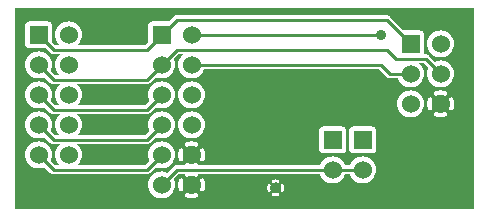
<source format=gbr>
G04 start of page 3 for group 1 idx 1 *
G04 Title: (unknown), solder *
G04 Creator: pcb 20091103 *
G04 CreationDate: Mon 11 Apr 2011 12:44:06 AM GMT UTC *
G04 For: gjhurlbu *
G04 Format: Gerber/RS-274X *
G04 PCB-Dimensions: 600000 500000 *
G04 PCB-Coordinate-Origin: lower left *
%MOIN*%
%FSLAX25Y25*%
%LNBACK*%
%ADD11C,0.0100*%
%ADD12C,0.0200*%
%ADD13C,0.0600*%
%ADD14C,0.0360*%
%ADD18C,0.0380*%
G54D12*G36*
X67387Y473500D02*X68183D01*
X68107Y473447D01*
X67553Y472893D01*
X67387Y472656D01*
Y473500D01*
G37*
G36*
X157613Y489000D02*X165000D01*
Y422000D01*
X157613D01*
Y454860D01*
X157708Y454882D01*
X157829Y454933D01*
X157938Y455005D01*
X158034Y455094D01*
X158113Y455198D01*
X158172Y455315D01*
X158314Y455722D01*
X158417Y456142D01*
X158479Y456569D01*
X158500Y457000D01*
X158479Y457432D01*
X158417Y457859D01*
X158314Y458279D01*
X158172Y458686D01*
X158171D01*
X158112Y458802D01*
X158033Y458907D01*
X157937Y458996D01*
X157828Y459067D01*
X157707Y459118D01*
X157613Y459139D01*
Y464344D01*
X157897Y464750D01*
X158229Y465461D01*
X158432Y466219D01*
X158500Y467000D01*
X158432Y467781D01*
X158229Y468539D01*
X157897Y469250D01*
X157613Y469656D01*
Y474344D01*
X157897Y474750D01*
X158229Y475461D01*
X158432Y476219D01*
X158500Y477000D01*
X158432Y477781D01*
X158229Y478539D01*
X157897Y479250D01*
X157613Y479656D01*
Y489000D01*
G37*
G36*
Y469656D02*X157447Y469893D01*
X156893Y470447D01*
X156250Y470897D01*
X155539Y471229D01*
X154781Y471432D01*
X154000Y471500D01*
Y472500D01*
X154781Y472568D01*
X155539Y472771D01*
X156250Y473103D01*
X156893Y473553D01*
X157447Y474107D01*
X157613Y474344D01*
Y469656D01*
G37*
G36*
Y422000D02*X154000D01*
Y452500D01*
X154431Y452521D01*
X154858Y452583D01*
X155278Y452686D01*
X155685Y452828D01*
Y452829D01*
X155801Y452888D01*
X155906Y452967D01*
X155995Y453063D01*
X156066Y453172D01*
X156117Y453293D01*
X156146Y453420D01*
X156153Y453550D01*
X156137Y453680D01*
X156099Y453805D01*
X156040Y453921D01*
X155961Y454026D01*
X155865Y454115D01*
X155756Y454186D01*
X155635Y454237D01*
X155508Y454266D01*
X155378Y454273D01*
X155248Y454257D01*
X155123Y454219D01*
X154852Y454124D01*
X154572Y454056D01*
X154287Y454014D01*
X154000Y454000D01*
Y460000D01*
X154287Y459987D01*
X154572Y459945D01*
X154852Y459877D01*
X155123Y459782D01*
Y459781D01*
X155248Y459743D01*
X155378Y459727D01*
X155509Y459734D01*
X155636Y459763D01*
X155757Y459814D01*
X155866Y459886D01*
X155962Y459975D01*
X156041Y460079D01*
X156100Y460196D01*
X156138Y460321D01*
X156154Y460451D01*
X156147Y460582D01*
X156118Y460709D01*
X156067Y460830D01*
X155995Y460939D01*
X155906Y461035D01*
X155802Y461114D01*
X155685Y461173D01*
X155278Y461315D01*
X154858Y461418D01*
X154431Y461480D01*
X154000Y461500D01*
Y462500D01*
X154781Y462568D01*
X155539Y462771D01*
X156250Y463103D01*
X156893Y463553D01*
X157447Y464107D01*
X157613Y464344D01*
Y459139D01*
X157580Y459147D01*
X157450Y459154D01*
X157320Y459138D01*
X157195Y459100D01*
X157079Y459041D01*
X156974Y458962D01*
X156885Y458866D01*
X156814Y458757D01*
X156763Y458636D01*
X156734Y458509D01*
X156727Y458379D01*
X156743Y458249D01*
X156781Y458124D01*
X156876Y457853D01*
X156944Y457573D01*
X156986Y457288D01*
X157000Y457000D01*
X156986Y456713D01*
X156944Y456428D01*
X156876Y456148D01*
X156781Y455877D01*
X156780D01*
X156742Y455752D01*
X156726Y455622D01*
X156733Y455491D01*
X156762Y455364D01*
X156813Y455243D01*
X156885Y455134D01*
X156974Y455038D01*
X157078Y454959D01*
X157195Y454900D01*
X157320Y454862D01*
X157450Y454846D01*
X157581Y454853D01*
X157613Y454860D01*
Y422000D01*
G37*
G36*
X154000Y489000D02*X157613D01*
Y479656D01*
X157447Y479893D01*
X156893Y480447D01*
X156250Y480897D01*
X155539Y481229D01*
X154781Y481432D01*
X154000Y481500D01*
Y489000D01*
G37*
G36*
Y422000D02*X150387D01*
Y454861D01*
X150419Y454854D01*
X150549Y454847D01*
X150679Y454863D01*
X150804Y454901D01*
X150920Y454960D01*
X151025Y455039D01*
X151114Y455135D01*
X151185Y455244D01*
X151236Y455365D01*
X151265Y455492D01*
X151272Y455622D01*
X151256Y455752D01*
X151218Y455877D01*
X151123Y456148D01*
X151055Y456428D01*
X151013Y456713D01*
X151000Y457001D01*
X151013Y457288D01*
X151055Y457573D01*
X151123Y457853D01*
X151218Y458124D01*
X151219D01*
X151257Y458249D01*
X151273Y458379D01*
X151266Y458510D01*
X151237Y458637D01*
X151186Y458758D01*
X151114Y458867D01*
X151025Y458963D01*
X150921Y459042D01*
X150804Y459101D01*
X150679Y459139D01*
X150549Y459155D01*
X150418Y459148D01*
X150387Y459141D01*
Y464344D01*
X150553Y464107D01*
X151107Y463553D01*
X151750Y463103D01*
X152461Y462771D01*
X153219Y462568D01*
X154000Y462500D01*
Y461500D01*
X153568Y461480D01*
X153141Y461418D01*
X152721Y461315D01*
X152314Y461173D01*
Y461172D01*
X152198Y461113D01*
X152093Y461034D01*
X152004Y460938D01*
X151933Y460829D01*
X151882Y460708D01*
X151853Y460581D01*
X151846Y460451D01*
X151862Y460321D01*
X151900Y460196D01*
X151959Y460080D01*
X152038Y459975D01*
X152134Y459886D01*
X152243Y459815D01*
X152364Y459764D01*
X152491Y459735D01*
X152621Y459728D01*
X152751Y459744D01*
X152876Y459782D01*
X153147Y459877D01*
X153427Y459945D01*
X153712Y459987D01*
X154000Y460000D01*
Y454000D01*
X153999D01*
X153712Y454014D01*
X153427Y454056D01*
X153147Y454124D01*
X152876Y454219D01*
Y454220D01*
X152751Y454258D01*
X152621Y454274D01*
X152490Y454267D01*
X152363Y454238D01*
X152242Y454187D01*
X152133Y454115D01*
X152037Y454026D01*
X151958Y453922D01*
X151899Y453805D01*
X151861Y453680D01*
X151845Y453550D01*
X151852Y453419D01*
X151881Y453292D01*
X151932Y453171D01*
X152004Y453062D01*
X152093Y452966D01*
X152197Y452887D01*
X152314Y452828D01*
X152721Y452686D01*
X153141Y452583D01*
X153568Y452521D01*
X153999Y452500D01*
X154000D01*
Y422000D01*
G37*
G36*
X150387D02*X144000D01*
Y452500D01*
X144781Y452568D01*
X145539Y452771D01*
X146250Y453103D01*
X146893Y453553D01*
X147447Y454107D01*
X147897Y454750D01*
X148229Y455461D01*
X148432Y456219D01*
X148500Y457000D01*
X148432Y457781D01*
X148229Y458539D01*
X147897Y459250D01*
X147447Y459893D01*
X146893Y460447D01*
X146250Y460897D01*
X145539Y461229D01*
X144781Y461432D01*
X144000Y461500D01*
Y462500D01*
X144781Y462568D01*
X145539Y462771D01*
X146250Y463103D01*
X146893Y463553D01*
X147447Y464107D01*
X147897Y464750D01*
X148229Y465461D01*
X148432Y466219D01*
X148500Y467000D01*
X148432Y467781D01*
X148229Y468539D01*
X147897Y469250D01*
X147447Y469893D01*
X146893Y470447D01*
X146817Y470500D01*
X148379D01*
X149952Y468927D01*
X149771Y468539D01*
X149568Y467781D01*
X149500Y467000D01*
X149568Y466219D01*
X149771Y465461D01*
X150103Y464750D01*
X150387Y464344D01*
Y459141D01*
X150291Y459119D01*
X150170Y459068D01*
X150061Y458996D01*
X149965Y458907D01*
X149886Y458803D01*
X149827Y458686D01*
X149685Y458279D01*
X149582Y457859D01*
X149520Y457432D01*
X149500Y457001D01*
X149520Y456569D01*
X149582Y456142D01*
X149685Y455722D01*
X149827Y455315D01*
X149828D01*
X149887Y455199D01*
X149966Y455094D01*
X150062Y455005D01*
X150171Y454934D01*
X150292Y454883D01*
X150387Y454861D01*
Y422000D01*
G37*
G36*
X144000Y489000D02*X154000D01*
Y481500D01*
X153219Y481432D01*
X152461Y481229D01*
X151750Y480897D01*
X151107Y480447D01*
X150553Y479893D01*
X150103Y479250D01*
X149771Y478539D01*
X149568Y477781D01*
X149500Y477000D01*
X149568Y476219D01*
X149771Y475461D01*
X150103Y474750D01*
X150553Y474107D01*
X151107Y473553D01*
X151750Y473103D01*
X152461Y472771D01*
X153219Y472568D01*
X154000Y472500D01*
Y471500D01*
X153219Y471432D01*
X152461Y471229D01*
X152073Y471048D01*
X150061Y473060D01*
X150011Y473102D01*
X149964Y473149D01*
X149909Y473187D01*
X149861Y473228D01*
X149806Y473260D01*
X149750Y473299D01*
X149686Y473329D01*
X149634Y473359D01*
X149580Y473379D01*
X149513Y473410D01*
X149441Y473429D01*
X149389Y473448D01*
X149329Y473459D01*
X149260Y473477D01*
X149194Y473483D01*
X149131Y473494D01*
X149068D01*
X149000Y473500D01*
X148413D01*
X148477Y473740D01*
X148500Y474000D01*
Y480000D01*
X148477Y480260D01*
X148410Y480513D01*
X148299Y480750D01*
X148149Y480964D01*
X147964Y481149D01*
X147750Y481299D01*
X147513Y481410D01*
X147260Y481477D01*
X147000Y481500D01*
X144000D01*
Y489000D01*
G37*
G36*
Y422000D02*X128000D01*
Y430500D01*
X128781Y430568D01*
X129539Y430771D01*
X130250Y431103D01*
X130893Y431553D01*
X131447Y432107D01*
X131897Y432750D01*
X132229Y433461D01*
X132432Y434219D01*
X132500Y435000D01*
X132432Y435781D01*
X132229Y436539D01*
X131897Y437250D01*
X131447Y437893D01*
X130893Y438447D01*
X130250Y438897D01*
X129539Y439229D01*
X128781Y439432D01*
X128000Y439500D01*
Y440500D01*
X131000D01*
X131260Y440523D01*
X131513Y440590D01*
X131750Y440701D01*
X131964Y440851D01*
X132149Y441036D01*
X132299Y441250D01*
X132410Y441487D01*
X132477Y441740D01*
X132500Y442000D01*
Y448000D01*
X132477Y448260D01*
X132410Y448513D01*
X132299Y448750D01*
X132149Y448964D01*
X131964Y449149D01*
X131750Y449299D01*
X131513Y449410D01*
X131260Y449477D01*
X131000Y449500D01*
X128000D01*
Y468500D01*
X133379D01*
X135940Y465939D01*
X135990Y465897D01*
X136036Y465851D01*
X136089Y465814D01*
X136140Y465771D01*
X136197Y465738D01*
X136250Y465701D01*
X136310Y465673D01*
X136367Y465640D01*
X136425Y465619D01*
X136487Y465590D01*
X136555Y465572D01*
X136613Y465551D01*
X136676Y465540D01*
X136740Y465523D01*
X136807Y465517D01*
X136870Y465506D01*
X136932D01*
X137000Y465500D01*
X139761D01*
X139771Y465461D01*
X140103Y464750D01*
X140553Y464107D01*
X141107Y463553D01*
X141750Y463103D01*
X142461Y462771D01*
X143219Y462568D01*
X144000Y462500D01*
Y461500D01*
X143219Y461432D01*
X142461Y461229D01*
X141750Y460897D01*
X141107Y460447D01*
X140553Y459893D01*
X140103Y459250D01*
X139771Y458539D01*
X139568Y457781D01*
X139500Y457000D01*
X139568Y456219D01*
X139771Y455461D01*
X140103Y454750D01*
X140553Y454107D01*
X141107Y453553D01*
X141750Y453103D01*
X142461Y452771D01*
X143219Y452568D01*
X144000Y452500D01*
Y422000D01*
G37*
G36*
X128000Y439500D02*X127219Y439432D01*
X126461Y439229D01*
X125750Y438897D01*
X125107Y438447D01*
X124553Y437893D01*
X124103Y437250D01*
X123771Y436539D01*
X123761Y436500D01*
X122239D01*
X122229Y436539D01*
X121897Y437250D01*
X121447Y437893D01*
X120893Y438447D01*
X120250Y438897D01*
X119539Y439229D01*
X118781Y439432D01*
X118000Y439500D01*
Y440500D01*
X121000D01*
X121260Y440523D01*
X121513Y440590D01*
X121750Y440701D01*
X121964Y440851D01*
X122149Y441036D01*
X122299Y441250D01*
X122410Y441487D01*
X122477Y441740D01*
X122500Y442000D01*
Y448000D01*
X122477Y448260D01*
X122410Y448513D01*
X122299Y448750D01*
X122149Y448964D01*
X121964Y449149D01*
X121750Y449299D01*
X121513Y449410D01*
X121260Y449477D01*
X121000Y449500D01*
X118000D01*
Y468500D01*
X128000D01*
Y449500D01*
X125000D01*
X124740Y449477D01*
X124487Y449410D01*
X124250Y449299D01*
X124036Y449149D01*
X123851Y448964D01*
X123701Y448750D01*
X123590Y448513D01*
X123523Y448260D01*
X123500Y448000D01*
Y442000D01*
X123523Y441740D01*
X123590Y441487D01*
X123701Y441250D01*
X123851Y441036D01*
X124036Y440851D01*
X124250Y440701D01*
X124487Y440590D01*
X124740Y440523D01*
X125000Y440500D01*
X128000D01*
Y439500D01*
G37*
G36*
X118000D02*X117219Y439432D01*
X116461Y439229D01*
X115750Y438897D01*
X115107Y438447D01*
X114553Y437893D01*
X114103Y437250D01*
X113771Y436539D01*
X113761Y436500D01*
X74613D01*
Y437860D01*
X74708Y437882D01*
X74829Y437933D01*
X74938Y438005D01*
X75034Y438094D01*
X75113Y438198D01*
X75172Y438315D01*
X75314Y438722D01*
X75417Y439142D01*
X75479Y439569D01*
X75500Y440000D01*
X75479Y440432D01*
X75417Y440859D01*
X75314Y441279D01*
X75172Y441686D01*
X75171D01*
X75112Y441802D01*
X75033Y441907D01*
X74937Y441996D01*
X74828Y442067D01*
X74707Y442118D01*
X74613Y442139D01*
Y447344D01*
X74897Y447750D01*
X75229Y448461D01*
X75432Y449219D01*
X75500Y450000D01*
X75432Y450781D01*
X75229Y451539D01*
X74897Y452250D01*
X74613Y452656D01*
Y457344D01*
X74897Y457750D01*
X75229Y458461D01*
X75432Y459219D01*
X75500Y460000D01*
X75432Y460781D01*
X75229Y461539D01*
X74897Y462250D01*
X74613Y462656D01*
Y467344D01*
X74897Y467750D01*
X75229Y468461D01*
X75239Y468500D01*
X118000D01*
Y449500D01*
X115000D01*
X114740Y449477D01*
X114487Y449410D01*
X114250Y449299D01*
X114036Y449149D01*
X113851Y448964D01*
X113701Y448750D01*
X113590Y448513D01*
X113523Y448260D01*
X113500Y448000D01*
Y442000D01*
X113523Y441740D01*
X113590Y441487D01*
X113701Y441250D01*
X113851Y441036D01*
X114036Y440851D01*
X114250Y440701D01*
X114487Y440590D01*
X114740Y440523D01*
X115000Y440500D01*
X118000D01*
Y439500D01*
G37*
G36*
X128000Y422000D02*X101231D01*
Y427720D01*
X101248Y427721D01*
X101332Y427744D01*
X101411Y427781D01*
X101483Y427831D01*
X101544Y427893D01*
X101594Y427964D01*
X101631Y428043D01*
X101704Y428276D01*
X101757Y428514D01*
X101789Y428756D01*
X101800Y429000D01*
X101789Y429245D01*
X101757Y429487D01*
X101704Y429725D01*
X101631Y429958D01*
X101594Y430037D01*
X101544Y430108D01*
X101483Y430170D01*
X101411Y430220D01*
X101332Y430257D01*
X101248Y430280D01*
X101231Y430281D01*
Y433500D01*
X113761D01*
X113771Y433461D01*
X114103Y432750D01*
X114553Y432107D01*
X115107Y431553D01*
X115750Y431103D01*
X116461Y430771D01*
X117219Y430568D01*
X118000Y430500D01*
X118781Y430568D01*
X119539Y430771D01*
X120250Y431103D01*
X120893Y431553D01*
X121447Y432107D01*
X121897Y432750D01*
X122229Y433461D01*
X122239Y433500D01*
X123761D01*
X123771Y433461D01*
X124103Y432750D01*
X124553Y432107D01*
X125107Y431553D01*
X125750Y431103D01*
X126461Y430771D01*
X127219Y430568D01*
X128000Y430500D01*
Y422000D01*
G37*
G36*
X101231D02*X99000D01*
Y426200D01*
X99244Y426211D01*
X99486Y426243D01*
X99724Y426296D01*
X99957Y426369D01*
X100036Y426406D01*
X100107Y426456D01*
X100169Y426517D01*
X100219Y426589D01*
X100256Y426668D01*
X100279Y426752D01*
X100286Y426839D01*
X100279Y426926D01*
X100256Y427010D01*
X100219Y427089D01*
X100169Y427160D01*
X100108Y427222D01*
X100036Y427272D01*
X99957Y427309D01*
X99873Y427332D01*
X99786Y427339D01*
X99699Y427332D01*
X99615Y427309D01*
X99465Y427262D01*
X99312Y427228D01*
X99156Y427207D01*
X99000Y427200D01*
Y430800D01*
X99156Y430794D01*
X99312Y430773D01*
X99465Y430739D01*
X99615Y430692D01*
X99699Y430669D01*
X99786Y430662D01*
X99873Y430669D01*
X99957Y430692D01*
X100036Y430729D01*
X100108Y430779D01*
X100169Y430841D01*
X100219Y430912D01*
X100256Y430991D01*
X100279Y431075D01*
X100286Y431162D01*
X100279Y431249D01*
X100256Y431333D01*
X100219Y431412D01*
X100169Y431484D01*
X100107Y431545D01*
X100036Y431595D01*
X99957Y431632D01*
X99724Y431705D01*
X99486Y431758D01*
X99244Y431790D01*
X99000Y431800D01*
Y433500D01*
X101231D01*
Y430281D01*
X101161Y430287D01*
X101074Y430280D01*
X100990Y430257D01*
X100911Y430220D01*
X100840Y430170D01*
X100778Y430109D01*
X100728Y430037D01*
X100691Y429958D01*
X100668Y429874D01*
X100661Y429787D01*
X100668Y429700D01*
X100691Y429616D01*
X100738Y429466D01*
X100772Y429313D01*
X100793Y429157D01*
X100800Y429000D01*
X100793Y428844D01*
X100772Y428688D01*
X100738Y428535D01*
X100691Y428385D01*
X100668Y428301D01*
X100661Y428214D01*
X100668Y428127D01*
X100691Y428043D01*
X100728Y427964D01*
X100778Y427892D01*
X100840Y427831D01*
X100911Y427781D01*
X100990Y427744D01*
X101074Y427721D01*
X101161Y427714D01*
X101231Y427720D01*
Y422000D01*
G37*
G36*
X99000D02*X96769D01*
Y427720D01*
X96838Y427714D01*
X96925Y427721D01*
X97009Y427744D01*
X97088Y427781D01*
X97159Y427831D01*
X97221Y427892D01*
X97271Y427964D01*
X97308Y428043D01*
X97331Y428127D01*
X97338Y428214D01*
X97331Y428301D01*
X97308Y428385D01*
X97261Y428535D01*
X97227Y428688D01*
X97206Y428844D01*
X97200Y429001D01*
X97206Y429157D01*
X97227Y429313D01*
X97261Y429466D01*
X97308Y429616D01*
X97331Y429700D01*
X97338Y429787D01*
X97331Y429874D01*
X97308Y429958D01*
X97271Y430037D01*
X97221Y430109D01*
X97159Y430170D01*
X97088Y430220D01*
X97009Y430257D01*
X96925Y430280D01*
X96838Y430287D01*
X96769Y430281D01*
Y433500D01*
X99000D01*
Y431800D01*
X98755Y431790D01*
X98513Y431758D01*
X98275Y431705D01*
X98042Y431632D01*
X97963Y431595D01*
X97892Y431545D01*
X97830Y431484D01*
X97780Y431412D01*
X97743Y431333D01*
X97720Y431249D01*
X97713Y431162D01*
X97720Y431075D01*
X97743Y430991D01*
X97780Y430912D01*
X97830Y430841D01*
X97891Y430779D01*
X97963Y430729D01*
X98042Y430692D01*
X98126Y430669D01*
X98213Y430662D01*
X98300Y430669D01*
X98384Y430692D01*
X98534Y430739D01*
X98687Y430773D01*
X98843Y430794D01*
X99000Y430800D01*
Y427200D01*
X98999D01*
X98843Y427207D01*
X98687Y427228D01*
X98534Y427262D01*
X98384Y427309D01*
X98300Y427332D01*
X98213Y427339D01*
X98126Y427332D01*
X98042Y427309D01*
X97963Y427272D01*
X97891Y427222D01*
X97830Y427160D01*
X97780Y427089D01*
X97743Y427010D01*
X97720Y426926D01*
X97713Y426839D01*
X97720Y426752D01*
X97743Y426668D01*
X97780Y426589D01*
X97830Y426517D01*
X97892Y426456D01*
X97963Y426406D01*
X98042Y426369D01*
X98275Y426296D01*
X98513Y426243D01*
X98755Y426211D01*
X98999Y426200D01*
X99000D01*
Y422000D01*
G37*
G36*
X96769D02*X74613D01*
Y427860D01*
X74708Y427882D01*
X74829Y427933D01*
X74938Y428005D01*
X75034Y428094D01*
X75113Y428198D01*
X75172Y428315D01*
X75314Y428722D01*
X75417Y429142D01*
X75479Y429569D01*
X75500Y430000D01*
X75479Y430432D01*
X75417Y430859D01*
X75314Y431279D01*
X75172Y431686D01*
X75171D01*
X75112Y431802D01*
X75033Y431907D01*
X74937Y431996D01*
X74828Y432067D01*
X74707Y432118D01*
X74613Y432139D01*
Y433500D01*
X96769D01*
Y430281D01*
X96751Y430280D01*
X96667Y430257D01*
X96588Y430220D01*
X96516Y430170D01*
X96455Y430108D01*
X96405Y430037D01*
X96368Y429958D01*
X96295Y429725D01*
X96242Y429487D01*
X96210Y429245D01*
X96200Y429001D01*
X96210Y428756D01*
X96242Y428514D01*
X96295Y428276D01*
X96368Y428043D01*
X96405Y427964D01*
X96455Y427893D01*
X96516Y427831D01*
X96588Y427781D01*
X96667Y427744D01*
X96751Y427721D01*
X96769Y427720D01*
Y422000D01*
G37*
G36*
X74613Y489000D02*X144000D01*
Y481500D01*
X141621D01*
X137061Y486060D01*
X137011Y486102D01*
X136964Y486149D01*
X136909Y486187D01*
X136861Y486228D01*
X136806Y486260D01*
X136750Y486299D01*
X136686Y486329D01*
X136634Y486359D01*
X136580Y486379D01*
X136513Y486410D01*
X136441Y486429D01*
X136389Y486448D01*
X136329Y486459D01*
X136260Y486477D01*
X136194Y486483D01*
X136131Y486494D01*
X136068D01*
X136000Y486500D01*
X74613D01*
Y489000D01*
G37*
G36*
Y462656D02*X74447Y462893D01*
X73893Y463447D01*
X73250Y463897D01*
X72539Y464229D01*
X71781Y464432D01*
X71000Y464500D01*
X70219Y464432D01*
X69461Y464229D01*
X68750Y463897D01*
X68107Y463447D01*
X67553Y462893D01*
X67387Y462656D01*
Y467344D01*
X67553Y467107D01*
X68107Y466553D01*
X68750Y466103D01*
X69461Y465771D01*
X70219Y465568D01*
X71000Y465500D01*
X71781Y465568D01*
X72539Y465771D01*
X73250Y466103D01*
X73893Y466553D01*
X74447Y467107D01*
X74613Y467344D01*
Y462656D01*
G37*
G36*
Y452656D02*X74447Y452893D01*
X73893Y453447D01*
X73250Y453897D01*
X72539Y454229D01*
X71781Y454432D01*
X71000Y454500D01*
X70219Y454432D01*
X69461Y454229D01*
X68750Y453897D01*
X68107Y453447D01*
X67553Y452893D01*
X67387Y452656D01*
Y457344D01*
X67553Y457107D01*
X68107Y456553D01*
X68750Y456103D01*
X69461Y455771D01*
X70219Y455568D01*
X71000Y455500D01*
X71781Y455568D01*
X72539Y455771D01*
X73250Y456103D01*
X73893Y456553D01*
X74447Y457107D01*
X74613Y457344D01*
Y452656D01*
G37*
G36*
Y436500D02*X73150D01*
X73153Y436550D01*
X73137Y436680D01*
X73099Y436805D01*
X73040Y436921D01*
X72961Y437026D01*
X72865Y437115D01*
X72756Y437186D01*
X72635Y437237D01*
X72508Y437266D01*
X72378Y437273D01*
X72248Y437257D01*
X72123Y437219D01*
X71852Y437124D01*
X71572Y437056D01*
X71287Y437014D01*
X71000Y437000D01*
Y443000D01*
X71287Y442987D01*
X71572Y442945D01*
X71852Y442877D01*
X72123Y442782D01*
Y442781D01*
X72248Y442743D01*
X72378Y442727D01*
X72509Y442734D01*
X72636Y442763D01*
X72757Y442814D01*
X72866Y442886D01*
X72962Y442975D01*
X73041Y443079D01*
X73100Y443196D01*
X73138Y443321D01*
X73154Y443451D01*
X73147Y443582D01*
X73118Y443709D01*
X73067Y443830D01*
X72995Y443939D01*
X72906Y444035D01*
X72802Y444114D01*
X72685Y444173D01*
X72278Y444315D01*
X71858Y444418D01*
X71431Y444480D01*
X71000Y444500D01*
Y445500D01*
X71781Y445568D01*
X72539Y445771D01*
X73250Y446103D01*
X73893Y446553D01*
X74447Y447107D01*
X74613Y447344D01*
Y442139D01*
X74580Y442147D01*
X74450Y442154D01*
X74320Y442138D01*
X74195Y442100D01*
X74079Y442041D01*
X73974Y441962D01*
X73885Y441866D01*
X73814Y441757D01*
X73763Y441636D01*
X73734Y441509D01*
X73727Y441379D01*
X73743Y441249D01*
X73781Y441124D01*
X73876Y440853D01*
X73944Y440573D01*
X73986Y440288D01*
X74000Y440000D01*
X73986Y439713D01*
X73944Y439428D01*
X73876Y439148D01*
X73781Y438877D01*
X73780D01*
X73742Y438752D01*
X73726Y438622D01*
X73733Y438491D01*
X73762Y438364D01*
X73813Y438243D01*
X73885Y438134D01*
X73974Y438038D01*
X74078Y437959D01*
X74195Y437900D01*
X74320Y437862D01*
X74450Y437846D01*
X74581Y437853D01*
X74613Y437860D01*
Y436500D01*
G37*
G36*
X71000Y437000D02*X70999D01*
X70712Y437014D01*
X70427Y437056D01*
X70147Y437124D01*
X69876Y437219D01*
Y437220D01*
X69751Y437258D01*
X69621Y437274D01*
X69490Y437267D01*
X69363Y437238D01*
X69242Y437187D01*
X69133Y437115D01*
X69037Y437026D01*
X68958Y436922D01*
X68899Y436805D01*
X68861Y436680D01*
X68845Y436550D01*
X68848Y436500D01*
X67387D01*
Y437861D01*
X67419Y437854D01*
X67549Y437847D01*
X67679Y437863D01*
X67804Y437901D01*
X67920Y437960D01*
X68025Y438039D01*
X68114Y438135D01*
X68185Y438244D01*
X68236Y438365D01*
X68265Y438492D01*
X68272Y438622D01*
X68256Y438752D01*
X68218Y438877D01*
X68123Y439148D01*
X68055Y439428D01*
X68013Y439713D01*
X68000Y440001D01*
X68013Y440288D01*
X68055Y440573D01*
X68123Y440853D01*
X68218Y441124D01*
X68219D01*
X68257Y441249D01*
X68273Y441379D01*
X68266Y441510D01*
X68237Y441637D01*
X68186Y441758D01*
X68114Y441867D01*
X68025Y441963D01*
X67921Y442042D01*
X67804Y442101D01*
X67679Y442139D01*
X67549Y442155D01*
X67418Y442148D01*
X67387Y442141D01*
Y447344D01*
X67553Y447107D01*
X68107Y446553D01*
X68750Y446103D01*
X69461Y445771D01*
X70219Y445568D01*
X71000Y445500D01*
Y444500D01*
X70568Y444480D01*
X70141Y444418D01*
X69721Y444315D01*
X69314Y444173D01*
Y444172D01*
X69198Y444113D01*
X69093Y444034D01*
X69004Y443938D01*
X68933Y443829D01*
X68882Y443708D01*
X68853Y443581D01*
X68846Y443451D01*
X68862Y443321D01*
X68900Y443196D01*
X68959Y443080D01*
X69038Y442975D01*
X69134Y442886D01*
X69243Y442815D01*
X69364Y442764D01*
X69491Y442735D01*
X69621Y442728D01*
X69751Y442744D01*
X69876Y442782D01*
X70147Y442877D01*
X70427Y442945D01*
X70712Y442987D01*
X71000Y443000D01*
Y437000D01*
G37*
G36*
X74613Y422000D02*X70999D01*
Y425500D01*
X71431Y425521D01*
X71858Y425583D01*
X72278Y425686D01*
X72685Y425828D01*
Y425829D01*
X72801Y425888D01*
X72906Y425967D01*
X72995Y426063D01*
X73066Y426172D01*
X73117Y426293D01*
X73146Y426420D01*
X73153Y426550D01*
X73137Y426680D01*
X73099Y426805D01*
X73040Y426921D01*
X72961Y427026D01*
X72865Y427115D01*
X72756Y427186D01*
X72635Y427237D01*
X72508Y427266D01*
X72378Y427273D01*
X72248Y427257D01*
X72123Y427219D01*
X71852Y427124D01*
X71572Y427056D01*
X71287Y427014D01*
X70999Y427000D01*
Y433000D01*
X71000D01*
X71287Y432987D01*
X71572Y432945D01*
X71852Y432877D01*
X72123Y432782D01*
Y432781D01*
X72248Y432743D01*
X72378Y432727D01*
X72509Y432734D01*
X72636Y432763D01*
X72757Y432814D01*
X72866Y432886D01*
X72962Y432975D01*
X73041Y433079D01*
X73100Y433196D01*
X73138Y433321D01*
X73154Y433451D01*
X73151Y433500D01*
X74613D01*
Y432139D01*
X74580Y432147D01*
X74450Y432154D01*
X74320Y432138D01*
X74195Y432100D01*
X74079Y432041D01*
X73974Y431962D01*
X73885Y431866D01*
X73814Y431757D01*
X73763Y431636D01*
X73734Y431509D01*
X73727Y431379D01*
X73743Y431249D01*
X73781Y431124D01*
X73876Y430853D01*
X73944Y430573D01*
X73986Y430288D01*
X74000Y430000D01*
X73986Y429713D01*
X73944Y429428D01*
X73876Y429148D01*
X73781Y428877D01*
X73780D01*
X73742Y428752D01*
X73726Y428622D01*
X73733Y428491D01*
X73762Y428364D01*
X73813Y428243D01*
X73885Y428134D01*
X73974Y428038D01*
X74078Y427959D01*
X74195Y427900D01*
X74320Y427862D01*
X74450Y427846D01*
X74581Y427853D01*
X74613Y427860D01*
Y422000D01*
G37*
G36*
X70999D02*X67387D01*
Y427861D01*
X67419Y427854D01*
X67549Y427847D01*
X67679Y427863D01*
X67804Y427901D01*
X67920Y427960D01*
X68025Y428039D01*
X68114Y428135D01*
X68185Y428244D01*
X68236Y428365D01*
X68265Y428492D01*
X68272Y428622D01*
X68256Y428752D01*
X68218Y428877D01*
X68123Y429148D01*
X68055Y429428D01*
X68013Y429713D01*
X68000Y430001D01*
X68013Y430288D01*
X68055Y430573D01*
X68123Y430853D01*
X68218Y431124D01*
X68219D01*
X68257Y431249D01*
X68273Y431379D01*
X68266Y431510D01*
X68237Y431637D01*
X68186Y431758D01*
X68114Y431867D01*
X68025Y431963D01*
X67921Y432042D01*
X67804Y432101D01*
X67679Y432139D01*
X67549Y432155D01*
X67418Y432148D01*
X67387Y432141D01*
Y433500D01*
X68849D01*
X68846Y433451D01*
X68862Y433321D01*
X68900Y433196D01*
X68959Y433080D01*
X69038Y432975D01*
X69134Y432886D01*
X69243Y432815D01*
X69364Y432764D01*
X69491Y432735D01*
X69621Y432728D01*
X69751Y432744D01*
X69876Y432782D01*
X70147Y432877D01*
X70427Y432945D01*
X70712Y432987D01*
X70999Y433000D01*
Y427000D01*
X70712Y427014D01*
X70427Y427056D01*
X70147Y427124D01*
X69876Y427219D01*
Y427220D01*
X69751Y427258D01*
X69621Y427274D01*
X69490Y427267D01*
X69363Y427238D01*
X69242Y427187D01*
X69133Y427115D01*
X69037Y427026D01*
X68958Y426922D01*
X68899Y426805D01*
X68861Y426680D01*
X68845Y426550D01*
X68852Y426419D01*
X68881Y426292D01*
X68932Y426171D01*
X69004Y426062D01*
X69093Y425966D01*
X69197Y425887D01*
X69314Y425828D01*
X69721Y425686D01*
X70141Y425583D01*
X70568Y425521D01*
X70999Y425500D01*
Y422000D01*
G37*
G36*
X67387Y489000D02*X74613D01*
Y486500D01*
X67387D01*
Y489000D01*
G37*
G36*
X12000Y422000D02*Y489000D01*
X67387D01*
Y486500D01*
X66000D01*
X65943Y486495D01*
X65869D01*
X65796Y486482D01*
X65740Y486477D01*
X65681Y486461D01*
X65612Y486449D01*
X65551Y486427D01*
X65487Y486410D01*
X65428Y486382D01*
X65366Y486360D01*
X65305Y486325D01*
X65250Y486299D01*
X65203Y486266D01*
X65139Y486229D01*
X65083Y486182D01*
X65036Y486149D01*
X64995Y486108D01*
X64939Y486061D01*
X63378Y484500D01*
X58000D01*
X57740Y484477D01*
X57487Y484410D01*
X57250Y484299D01*
X57036Y484149D01*
X56851Y483964D01*
X56701Y483750D01*
X56590Y483513D01*
X56523Y483260D01*
X56500Y483000D01*
Y477622D01*
X55378Y476500D01*
X32817D01*
X32893Y476553D01*
X33447Y477107D01*
X33897Y477750D01*
X34229Y478461D01*
X34432Y479219D01*
X34500Y480000D01*
X34432Y480781D01*
X34229Y481539D01*
X33897Y482250D01*
X33447Y482893D01*
X32893Y483447D01*
X32250Y483897D01*
X31539Y484229D01*
X30781Y484432D01*
X30000Y484500D01*
X29219Y484432D01*
X28461Y484229D01*
X27750Y483897D01*
X27107Y483447D01*
X26553Y482893D01*
X26103Y482250D01*
X25771Y481539D01*
X25568Y480781D01*
X25500Y480000D01*
X25568Y479219D01*
X25771Y478461D01*
X26103Y477750D01*
X26553Y477107D01*
X27107Y476553D01*
X27183Y476500D01*
X25621D01*
X24500Y477621D01*
Y483000D01*
X24477Y483260D01*
X24410Y483513D01*
X24299Y483750D01*
X24149Y483964D01*
X23964Y484149D01*
X23750Y484299D01*
X23513Y484410D01*
X23260Y484477D01*
X23000Y484500D01*
X17000D01*
X16740Y484477D01*
X16487Y484410D01*
X16250Y484299D01*
X16036Y484149D01*
X15851Y483964D01*
X15701Y483750D01*
X15590Y483513D01*
X15523Y483260D01*
X15500Y483000D01*
Y477000D01*
X15523Y476740D01*
X15590Y476487D01*
X15701Y476250D01*
X15851Y476036D01*
X16036Y475851D01*
X16250Y475701D01*
X16487Y475590D01*
X16740Y475523D01*
X17000Y475500D01*
X22379D01*
X23940Y473939D01*
X23990Y473897D01*
X24036Y473851D01*
X24089Y473814D01*
X24140Y473771D01*
X24197Y473738D01*
X24250Y473701D01*
X24310Y473673D01*
X24367Y473640D01*
X24425Y473619D01*
X24487Y473590D01*
X24555Y473572D01*
X24613Y473551D01*
X24676Y473540D01*
X24740Y473523D01*
X24807Y473517D01*
X24870Y473506D01*
X24932D01*
X25000Y473500D01*
X27183D01*
X27107Y473447D01*
X26553Y472893D01*
X26103Y472250D01*
X25771Y471539D01*
X25568Y470781D01*
X25500Y470000D01*
X25568Y469219D01*
X25771Y468461D01*
X26103Y467750D01*
X26553Y467107D01*
X27107Y466553D01*
X27183Y466500D01*
X25621D01*
X24048Y468073D01*
X24229Y468461D01*
X24432Y469219D01*
X24500Y470000D01*
X24432Y470781D01*
X24229Y471539D01*
X23897Y472250D01*
X23447Y472893D01*
X22893Y473447D01*
X22250Y473897D01*
X21539Y474229D01*
X20781Y474432D01*
X20000Y474500D01*
X19219Y474432D01*
X18461Y474229D01*
X17750Y473897D01*
X17107Y473447D01*
X16553Y472893D01*
X16103Y472250D01*
X15771Y471539D01*
X15568Y470781D01*
X15500Y470000D01*
X15568Y469219D01*
X15771Y468461D01*
X16103Y467750D01*
X16553Y467107D01*
X17107Y466553D01*
X17750Y466103D01*
X18461Y465771D01*
X19219Y465568D01*
X20000Y465500D01*
X20781Y465568D01*
X21539Y465771D01*
X21927Y465952D01*
X23940Y463939D01*
X23990Y463897D01*
X24036Y463851D01*
X24089Y463814D01*
X24140Y463771D01*
X24197Y463738D01*
X24250Y463701D01*
X24310Y463673D01*
X24367Y463640D01*
X24425Y463619D01*
X24487Y463590D01*
X24555Y463572D01*
X24613Y463551D01*
X24676Y463540D01*
X24740Y463523D01*
X24807Y463517D01*
X24870Y463506D01*
X24932D01*
X25000Y463500D01*
X27183D01*
X27107Y463447D01*
X26553Y462893D01*
X26103Y462250D01*
X25771Y461539D01*
X25568Y460781D01*
X25500Y460000D01*
X25568Y459219D01*
X25771Y458461D01*
X26103Y457750D01*
X26553Y457107D01*
X27107Y456553D01*
X27183Y456500D01*
X25621D01*
X24048Y458073D01*
X24229Y458461D01*
X24432Y459219D01*
X24500Y460000D01*
X24432Y460781D01*
X24229Y461539D01*
X23897Y462250D01*
X23447Y462893D01*
X22893Y463447D01*
X22250Y463897D01*
X21539Y464229D01*
X20781Y464432D01*
X20000Y464500D01*
X19219Y464432D01*
X18461Y464229D01*
X17750Y463897D01*
X17107Y463447D01*
X16553Y462893D01*
X16103Y462250D01*
X15771Y461539D01*
X15568Y460781D01*
X15500Y460000D01*
X15568Y459219D01*
X15771Y458461D01*
X16103Y457750D01*
X16553Y457107D01*
X17107Y456553D01*
X17750Y456103D01*
X18461Y455771D01*
X19219Y455568D01*
X20000Y455500D01*
X20781Y455568D01*
X21539Y455771D01*
X21927Y455952D01*
X23940Y453939D01*
X23990Y453897D01*
X24036Y453851D01*
X24089Y453814D01*
X24140Y453771D01*
X24197Y453738D01*
X24250Y453701D01*
X24310Y453673D01*
X24367Y453640D01*
X24425Y453619D01*
X24487Y453590D01*
X24555Y453572D01*
X24613Y453551D01*
X24676Y453540D01*
X24740Y453523D01*
X24807Y453517D01*
X24870Y453506D01*
X24932D01*
X25000Y453500D01*
X27183D01*
X27107Y453447D01*
X26553Y452893D01*
X26103Y452250D01*
X25771Y451539D01*
X25568Y450781D01*
X25500Y450000D01*
X25568Y449219D01*
X25771Y448461D01*
X26103Y447750D01*
X26553Y447107D01*
X27107Y446553D01*
X27183Y446500D01*
X25621D01*
X24048Y448073D01*
X24229Y448461D01*
X24432Y449219D01*
X24500Y450000D01*
X24432Y450781D01*
X24229Y451539D01*
X23897Y452250D01*
X23447Y452893D01*
X22893Y453447D01*
X22250Y453897D01*
X21539Y454229D01*
X20781Y454432D01*
X20000Y454500D01*
X19219Y454432D01*
X18461Y454229D01*
X17750Y453897D01*
X17107Y453447D01*
X16553Y452893D01*
X16103Y452250D01*
X15771Y451539D01*
X15568Y450781D01*
X15500Y450000D01*
X15568Y449219D01*
X15771Y448461D01*
X16103Y447750D01*
X16553Y447107D01*
X17107Y446553D01*
X17750Y446103D01*
X18461Y445771D01*
X19219Y445568D01*
X20000Y445500D01*
X20781Y445568D01*
X21539Y445771D01*
X21927Y445952D01*
X23940Y443939D01*
X23990Y443897D01*
X24036Y443851D01*
X24089Y443814D01*
X24140Y443771D01*
X24197Y443738D01*
X24250Y443701D01*
X24310Y443673D01*
X24367Y443640D01*
X24425Y443619D01*
X24487Y443590D01*
X24555Y443572D01*
X24613Y443551D01*
X24676Y443540D01*
X24740Y443523D01*
X24807Y443517D01*
X24870Y443506D01*
X24932D01*
X25000Y443500D01*
X27183D01*
X27107Y443447D01*
X26553Y442893D01*
X26103Y442250D01*
X25771Y441539D01*
X25568Y440781D01*
X25500Y440000D01*
X25568Y439219D01*
X25771Y438461D01*
X26103Y437750D01*
X26553Y437107D01*
X27107Y436553D01*
X27183Y436500D01*
X25621D01*
X24048Y438073D01*
X24229Y438461D01*
X24432Y439219D01*
X24500Y440000D01*
X24432Y440781D01*
X24229Y441539D01*
X23897Y442250D01*
X23447Y442893D01*
X22893Y443447D01*
X22250Y443897D01*
X21539Y444229D01*
X20781Y444432D01*
X20000Y444500D01*
X19219Y444432D01*
X18461Y444229D01*
X17750Y443897D01*
X17107Y443447D01*
X16553Y442893D01*
X16103Y442250D01*
X15771Y441539D01*
X15568Y440781D01*
X15500Y440000D01*
X15568Y439219D01*
X15771Y438461D01*
X16103Y437750D01*
X16553Y437107D01*
X17107Y436553D01*
X17750Y436103D01*
X18461Y435771D01*
X19219Y435568D01*
X20000Y435500D01*
X20781Y435568D01*
X21539Y435771D01*
X21927Y435952D01*
X23940Y433939D01*
X23990Y433897D01*
X24036Y433851D01*
X24089Y433814D01*
X24140Y433771D01*
X24197Y433738D01*
X24250Y433701D01*
X24310Y433673D01*
X24367Y433640D01*
X24425Y433619D01*
X24487Y433590D01*
X24555Y433572D01*
X24613Y433551D01*
X24676Y433540D01*
X24740Y433523D01*
X24807Y433517D01*
X24870Y433506D01*
X24932D01*
X25000Y433500D01*
X56000D01*
X56080Y433507D01*
X56131D01*
X56184Y433516D01*
X56260Y433523D01*
X56334Y433543D01*
X56388Y433552D01*
X56439Y433570D01*
X56513Y433590D01*
X56578Y433621D01*
X56634Y433641D01*
X56685Y433671D01*
X56750Y433701D01*
X56811Y433743D01*
X56860Y433772D01*
X56904Y433809D01*
X56964Y433851D01*
X57016Y433903D01*
X57060Y433940D01*
X59072Y435952D01*
X59461Y435771D01*
X60219Y435568D01*
X61000Y435500D01*
X61781Y435568D01*
X62539Y435771D01*
X63250Y436103D01*
X63893Y436553D01*
X64447Y437107D01*
X64897Y437750D01*
X65229Y438461D01*
X65432Y439219D01*
X65500Y440000D01*
X65432Y440781D01*
X65229Y441539D01*
X64897Y442250D01*
X64447Y442893D01*
X63893Y443447D01*
X63250Y443897D01*
X62539Y444229D01*
X61781Y444432D01*
X61000Y444500D01*
X60219Y444432D01*
X59461Y444229D01*
X58750Y443897D01*
X58107Y443447D01*
X57553Y442893D01*
X57103Y442250D01*
X56771Y441539D01*
X56568Y440781D01*
X56500Y440000D01*
X56568Y439219D01*
X56771Y438461D01*
X56952Y438074D01*
X55378Y436500D01*
X32817D01*
X32893Y436553D01*
X33447Y437107D01*
X33897Y437750D01*
X34229Y438461D01*
X34432Y439219D01*
X34500Y440000D01*
X34432Y440781D01*
X34229Y441539D01*
X33897Y442250D01*
X33447Y442893D01*
X32893Y443447D01*
X32817Y443500D01*
X56000D01*
X56080Y443507D01*
X56131D01*
X56183Y443516D01*
X56260Y443523D01*
X56335Y443543D01*
X56388Y443552D01*
X56439Y443570D01*
X56513Y443590D01*
X56579Y443621D01*
X56634Y443641D01*
X56685Y443671D01*
X56750Y443701D01*
X56810Y443743D01*
X56860Y443772D01*
X56904Y443809D01*
X56964Y443851D01*
X57016Y443903D01*
X57060Y443940D01*
X59072Y445952D01*
X59461Y445771D01*
X60219Y445568D01*
X61000Y445500D01*
X61781Y445568D01*
X62539Y445771D01*
X63250Y446103D01*
X63893Y446553D01*
X64447Y447107D01*
X64897Y447750D01*
X65229Y448461D01*
X65432Y449219D01*
X65500Y450000D01*
X65432Y450781D01*
X65229Y451539D01*
X64897Y452250D01*
X64447Y452893D01*
X63893Y453447D01*
X63250Y453897D01*
X62539Y454229D01*
X61781Y454432D01*
X61000Y454500D01*
X60219Y454432D01*
X59461Y454229D01*
X58750Y453897D01*
X58107Y453447D01*
X57553Y452893D01*
X57103Y452250D01*
X56771Y451539D01*
X56568Y450781D01*
X56500Y450000D01*
X56568Y449219D01*
X56771Y448461D01*
X56952Y448074D01*
X55378Y446500D01*
X32817D01*
X32893Y446553D01*
X33447Y447107D01*
X33897Y447750D01*
X34229Y448461D01*
X34432Y449219D01*
X34500Y450000D01*
X34432Y450781D01*
X34229Y451539D01*
X33897Y452250D01*
X33447Y452893D01*
X32893Y453447D01*
X32817Y453500D01*
X56000D01*
X56080Y453507D01*
X56131D01*
X56184Y453516D01*
X56260Y453523D01*
X56334Y453543D01*
X56388Y453552D01*
X56439Y453570D01*
X56513Y453590D01*
X56578Y453621D01*
X56634Y453641D01*
X56685Y453671D01*
X56750Y453701D01*
X56811Y453743D01*
X56860Y453772D01*
X56904Y453809D01*
X56964Y453851D01*
X57016Y453903D01*
X57060Y453940D01*
X59072Y455952D01*
X59461Y455771D01*
X60219Y455568D01*
X61000Y455500D01*
X61781Y455568D01*
X62539Y455771D01*
X63250Y456103D01*
X63893Y456553D01*
X64447Y457107D01*
X64897Y457750D01*
X65229Y458461D01*
X65432Y459219D01*
X65500Y460000D01*
X65432Y460781D01*
X65229Y461539D01*
X64897Y462250D01*
X64447Y462893D01*
X63893Y463447D01*
X63250Y463897D01*
X62539Y464229D01*
X61781Y464432D01*
X61000Y464500D01*
X60219Y464432D01*
X59461Y464229D01*
X58750Y463897D01*
X58107Y463447D01*
X57553Y462893D01*
X57103Y462250D01*
X56771Y461539D01*
X56568Y460781D01*
X56500Y460000D01*
X56568Y459219D01*
X56771Y458461D01*
X56952Y458074D01*
X55378Y456500D01*
X32817D01*
X32893Y456553D01*
X33447Y457107D01*
X33897Y457750D01*
X34229Y458461D01*
X34432Y459219D01*
X34500Y460000D01*
X34432Y460781D01*
X34229Y461539D01*
X33897Y462250D01*
X33447Y462893D01*
X32893Y463447D01*
X32817Y463500D01*
X56000D01*
X56080Y463507D01*
X56131D01*
X56183Y463516D01*
X56260Y463523D01*
X56335Y463543D01*
X56388Y463552D01*
X56439Y463570D01*
X56513Y463590D01*
X56579Y463621D01*
X56634Y463641D01*
X56685Y463671D01*
X56750Y463701D01*
X56811Y463743D01*
X56860Y463772D01*
X56904Y463809D01*
X56964Y463851D01*
X57016Y463903D01*
X57060Y463940D01*
X59072Y465952D01*
X59461Y465771D01*
X60219Y465568D01*
X61000Y465500D01*
X61781Y465568D01*
X62539Y465771D01*
X63250Y466103D01*
X63893Y466553D01*
X64447Y467107D01*
X64897Y467750D01*
X65229Y468461D01*
X65432Y469219D01*
X65500Y470000D01*
X65432Y470781D01*
X65229Y471539D01*
X65048Y471928D01*
X66620Y473500D01*
X67387D01*
Y472656D01*
X67103Y472250D01*
X66771Y471539D01*
X66568Y470781D01*
X66500Y470000D01*
X66568Y469219D01*
X66771Y468461D01*
X67103Y467750D01*
X67387Y467344D01*
Y462656D01*
X67103Y462250D01*
X66771Y461539D01*
X66568Y460781D01*
X66500Y460000D01*
X66568Y459219D01*
X66771Y458461D01*
X67103Y457750D01*
X67387Y457344D01*
Y452656D01*
X67103Y452250D01*
X66771Y451539D01*
X66568Y450781D01*
X66500Y450000D01*
X66568Y449219D01*
X66771Y448461D01*
X67103Y447750D01*
X67387Y447344D01*
Y442141D01*
X67291Y442119D01*
X67170Y442068D01*
X67061Y441996D01*
X66965Y441907D01*
X66886Y441803D01*
X66827Y441686D01*
X66685Y441279D01*
X66582Y440859D01*
X66520Y440432D01*
X66500Y440001D01*
X66520Y439569D01*
X66582Y439142D01*
X66685Y438722D01*
X66827Y438315D01*
X66828D01*
X66887Y438199D01*
X66966Y438094D01*
X67062Y438005D01*
X67171Y437934D01*
X67292Y437883D01*
X67387Y437861D01*
Y436500D01*
X66000D01*
X65943Y436495D01*
X65869D01*
X65796Y436482D01*
X65740Y436477D01*
X65682Y436462D01*
X65612Y436449D01*
X65550Y436427D01*
X65487Y436410D01*
X65428Y436383D01*
X65366Y436360D01*
X65305Y436325D01*
X65250Y436299D01*
X65203Y436266D01*
X65139Y436229D01*
X65083Y436182D01*
X65036Y436149D01*
X64995Y436108D01*
X64939Y436061D01*
X62926Y434048D01*
X62539Y434229D01*
X61781Y434432D01*
X61000Y434500D01*
X60219Y434432D01*
X59461Y434229D01*
X58750Y433897D01*
X58107Y433447D01*
X57553Y432893D01*
X57103Y432250D01*
X56771Y431539D01*
X56568Y430781D01*
X56500Y430000D01*
X56568Y429219D01*
X56771Y428461D01*
X57103Y427750D01*
X57553Y427107D01*
X58107Y426553D01*
X58750Y426103D01*
X59461Y425771D01*
X60219Y425568D01*
X61000Y425500D01*
X61781Y425568D01*
X62539Y425771D01*
X63250Y426103D01*
X63893Y426553D01*
X64447Y427107D01*
X64897Y427750D01*
X65229Y428461D01*
X65432Y429219D01*
X65500Y430000D01*
X65432Y430781D01*
X65229Y431539D01*
X65048Y431928D01*
X66620Y433500D01*
X67387D01*
Y432141D01*
X67291Y432119D01*
X67170Y432068D01*
X67061Y431996D01*
X66965Y431907D01*
X66886Y431803D01*
X66827Y431686D01*
X66685Y431279D01*
X66582Y430859D01*
X66520Y430432D01*
X66500Y430001D01*
X66520Y429569D01*
X66582Y429142D01*
X66685Y428722D01*
X66827Y428315D01*
X66828D01*
X66887Y428199D01*
X66966Y428094D01*
X67062Y428005D01*
X67171Y427934D01*
X67292Y427883D01*
X67387Y427861D01*
Y422000D01*
X12000D01*
G37*
G54D11*X25000Y445000D02*X56000D01*
X25000Y435000D02*X56000D01*
X61000Y440000D01*
X66000Y435000D02*X128000D01*
X66000Y485000D02*X136000D01*
X66000Y475000D02*X136000D01*
X71000Y470000D02*X134000D01*
X71000Y480000D02*X134000D01*
X136000Y485000D02*X144000Y477000D01*
X136000Y475000D02*X139000Y472000D01*
X149000D01*
X154000Y467000D01*
X137000D02*X144000D01*
X134000Y470000D02*X137000Y467000D01*
X20000Y480000D02*X25000Y475000D01*
X20000Y470000D02*X25000Y465000D01*
X56000D01*
X20000Y460000D02*X25000Y455000D01*
X56000D01*
X25000Y475000D02*X56000D01*
Y455000D02*X61000Y460000D01*
X56000Y475000D02*X66000Y485000D01*
X56000Y465000D02*X66000Y475000D01*
X20000Y450000D02*X25000Y445000D01*
X20000Y440000D02*X25000Y435000D01*
X56000Y445000D02*X61000Y450000D01*
Y430000D02*X66000Y435000D01*
G54D12*G36*
X17000Y483000D02*Y477000D01*
X23000D01*
Y483000D01*
X17000D01*
G37*
G54D13*X30000Y480000D03*
X20000Y470000D03*
X30000D03*
X20000Y460000D03*
X30000D03*
X20000Y450000D03*
X30000D03*
X20000Y440000D03*
X30000D03*
G54D12*G36*
X58000Y483000D02*Y477000D01*
X64000D01*
Y483000D01*
X58000D01*
G37*
G54D13*X71000Y480000D03*
Y470000D03*
Y460000D03*
Y450000D03*
Y440000D03*
Y430000D03*
X61000Y470000D03*
Y460000D03*
Y450000D03*
Y440000D03*
Y430000D03*
G54D12*G36*
X125000Y448000D02*Y442000D01*
X131000D01*
Y448000D01*
X125000D01*
G37*
G54D13*X128000Y435000D03*
X118000D03*
G54D12*G36*
X115000Y448000D02*Y442000D01*
X121000D01*
Y448000D01*
X115000D01*
G37*
G36*
X141000Y480000D02*Y474000D01*
X147000D01*
Y480000D01*
X141000D01*
G37*
G54D13*X154000Y477000D03*
X144000Y467000D03*
X154000D03*
X144000Y457000D03*
X154000D03*
G54D14*X134000Y480000D03*
X99000Y429000D03*
G54D18*G54D12*M02*

</source>
